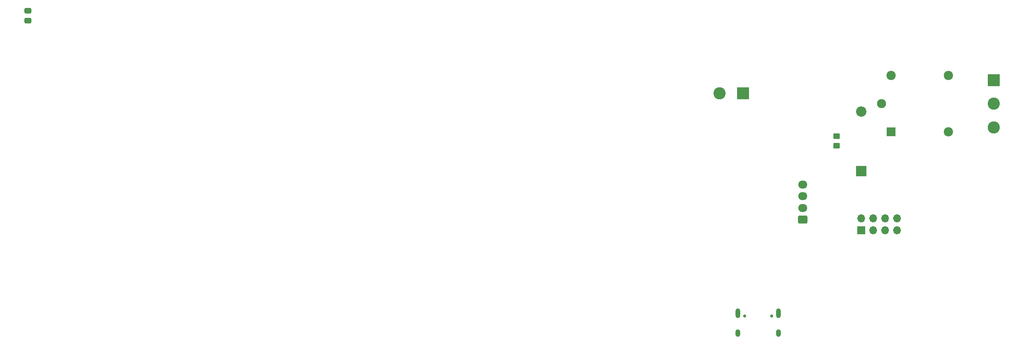
<source format=gbr>
%TF.GenerationSoftware,KiCad,Pcbnew,8.0.2*%
%TF.CreationDate,2024-05-29T12:03:12+02:00*%
%TF.ProjectId,IOT_ESP32,494f545f-4553-4503-9332-2e6b69636164,rev?*%
%TF.SameCoordinates,Original*%
%TF.FileFunction,Soldermask,Bot*%
%TF.FilePolarity,Negative*%
%FSLAX46Y46*%
G04 Gerber Fmt 4.6, Leading zero omitted, Abs format (unit mm)*
G04 Created by KiCad (PCBNEW 8.0.2) date 2024-05-29 12:03:12*
%MOMM*%
%LPD*%
G01*
G04 APERTURE LIST*
G04 Aperture macros list*
%AMRoundRect*
0 Rectangle with rounded corners*
0 $1 Rounding radius*
0 $2 $3 $4 $5 $6 $7 $8 $9 X,Y pos of 4 corners*
0 Add a 4 corners polygon primitive as box body*
4,1,4,$2,$3,$4,$5,$6,$7,$8,$9,$2,$3,0*
0 Add four circle primitives for the rounded corners*
1,1,$1+$1,$2,$3*
1,1,$1+$1,$4,$5*
1,1,$1+$1,$6,$7*
1,1,$1+$1,$8,$9*
0 Add four rect primitives between the rounded corners*
20,1,$1+$1,$2,$3,$4,$5,0*
20,1,$1+$1,$4,$5,$6,$7,0*
20,1,$1+$1,$6,$7,$8,$9,0*
20,1,$1+$1,$8,$9,$2,$3,0*%
G04 Aperture macros list end*
%ADD10C,0.650000*%
%ADD11O,1.000000X2.100000*%
%ADD12O,1.000000X1.600000*%
%ADD13R,2.200000X2.200000*%
%ADD14O,2.200000X2.200000*%
%ADD15RoundRect,0.250000X0.725000X-0.600000X0.725000X0.600000X-0.725000X0.600000X-0.725000X-0.600000X0*%
%ADD16O,1.950000X1.700000*%
%ADD17R,1.700000X1.700000*%
%ADD18O,1.700000X1.700000*%
%ADD19RoundRect,0.250000X0.475000X-0.337500X0.475000X0.337500X-0.475000X0.337500X-0.475000X-0.337500X0*%
%ADD20R,2.600000X2.600000*%
%ADD21C,2.600000*%
%ADD22R,1.980000X1.980000*%
%ADD23C,1.980000*%
%ADD24C,1.935000*%
%ADD25RoundRect,0.250000X-0.450000X0.350000X-0.450000X-0.350000X0.450000X-0.350000X0.450000X0.350000X0*%
G04 APERTURE END LIST*
D10*
%TO.C,USB1*%
X106430000Y-113025000D03*
X112210000Y-113025000D03*
D11*
X105000000Y-112495000D03*
D12*
X105000000Y-116675000D03*
D11*
X113640000Y-112495000D03*
D12*
X113640000Y-116675000D03*
%TD*%
D13*
%TO.C,D3*%
X131260000Y-82150000D03*
D14*
X131260000Y-69450000D03*
%TD*%
D15*
%TO.C,J3*%
X118775000Y-92490000D03*
D16*
X118775000Y-89990000D03*
X118775000Y-87490000D03*
X118775000Y-84990000D03*
%TD*%
D17*
%TO.C,J1*%
X131270000Y-94785000D03*
D18*
X131270000Y-92245000D03*
X133810000Y-94785000D03*
X133810000Y-92245000D03*
X136350000Y-94785000D03*
X136350000Y-92245000D03*
X138890000Y-94785000D03*
X138890000Y-92245000D03*
%TD*%
D19*
%TO.C,C8*%
X-46050000Y-50025000D03*
X-46050000Y-47950000D03*
%TD*%
D20*
%TO.C,J2*%
X106140000Y-65510000D03*
D21*
X101140000Y-65510000D03*
%TD*%
D22*
%TO.C,K1*%
X137587500Y-73780000D03*
D23*
X137587500Y-61780000D03*
D24*
X135587500Y-67780000D03*
D23*
X149787500Y-73780000D03*
X149787500Y-61780000D03*
%TD*%
D20*
%TO.C,J4*%
X159420000Y-62790000D03*
D21*
X159420000Y-67790000D03*
X159420000Y-72790000D03*
%TD*%
D25*
%TO.C,R11*%
X126040000Y-74730000D03*
X126040000Y-76730000D03*
%TD*%
M02*

</source>
